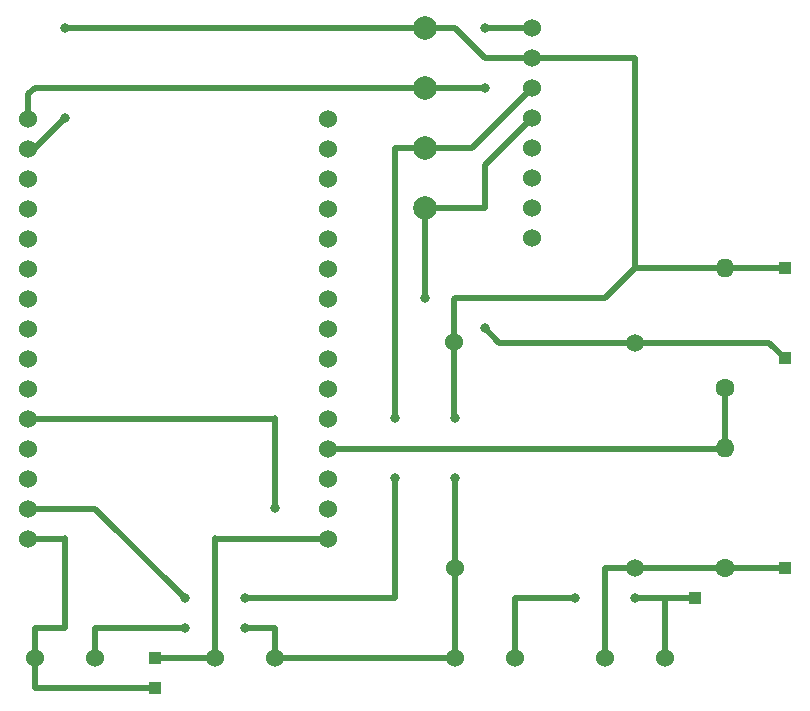
<source format=gbr>
%TF.GenerationSoftware,KiCad,Pcbnew,7.0.8*%
%TF.CreationDate,2025-10-26T15:42:26+01:00*%
%TF.ProjectId,Gyroskopicky-ovladac,4779726f-736b-46f7-9069-636b792d6f76,rev?*%
%TF.SameCoordinates,Original*%
%TF.FileFunction,Copper,L1,Top*%
%TF.FilePolarity,Positive*%
%FSLAX46Y46*%
G04 Gerber Fmt 4.6, Leading zero omitted, Abs format (unit mm)*
G04 Created by KiCad (PCBNEW 7.0.8) date 2025-10-26 15:42:26*
%MOMM*%
%LPD*%
G01*
G04 APERTURE LIST*
%TA.AperFunction,SMDPad,CuDef*%
%ADD10R,1.000000X1.000000*%
%TD*%
%TA.AperFunction,ComponentPad*%
%ADD11C,1.524000*%
%TD*%
%TA.AperFunction,ComponentPad*%
%ADD12C,1.600000*%
%TD*%
%TA.AperFunction,ComponentPad*%
%ADD13O,1.600000X1.600000*%
%TD*%
%TA.AperFunction,ComponentPad*%
%ADD14C,2.000000*%
%TD*%
%TA.AperFunction,ViaPad*%
%ADD15C,0.800000*%
%TD*%
%TA.AperFunction,Conductor*%
%ADD16C,0.500000*%
%TD*%
G04 APERTURE END LIST*
D10*
%TO.P,V+,1,1*%
%TO.N,VCC3V3*%
X162560000Y-81280000D03*
%TD*%
%TO.P,S,1,1*%
%TO.N,STRI*%
X162560000Y-99060000D03*
%TD*%
%TO.P,M,1,1*%
%TO.N,D23*%
X109220000Y-109220000D03*
%TD*%
%TO.P,G-,1,1*%
%TO.N,GND*%
X162560000Y-73660000D03*
%TD*%
%TO.P,E,1,1*%
%TO.N,EN*%
X109220000Y-106680000D03*
%TD*%
%TO.P,B,1,1*%
%TO.N,BTSI*%
X154940000Y-101600000D03*
%TD*%
D11*
%TO.P,ESP32,1,3v3*%
%TO.N,VCC3V3*%
X98525000Y-61005000D03*
%TO.P,ESP32,2,GND*%
%TO.N,GND*%
X98525000Y-63545000D03*
%TO.P,ESP32,3,GPIO15*%
%TO.N,unconnected-(ESP1-GPIO15-Pad3)*%
X98525000Y-66085000D03*
%TO.P,ESP32,4,GPIO2*%
%TO.N,unconnected-(ESP1-GPIO2-Pad4)*%
X98525000Y-68625000D03*
%TO.P,ESP32,5,GPIO4*%
%TO.N,unconnected-(ESP1-GPIO4-Pad5)*%
X98525000Y-71165000D03*
%TO.P,ESP32,6,GPIO16*%
%TO.N,unconnected-(ESP1-GPIO16-Pad6)*%
X98525000Y-73705000D03*
%TO.P,ESP32,7,GPIO17*%
%TO.N,unconnected-(ESP1-GPIO17-Pad7)*%
X98525000Y-76245000D03*
%TO.P,ESP32,8,GPIO5*%
%TO.N,unconnected-(ESP1-GPIO5-Pad8)*%
X98525000Y-78785000D03*
%TO.P,ESP32,9,GPIO18*%
%TO.N,unconnected-(ESP1-GPIO18-Pad9)*%
X98525000Y-81325000D03*
%TO.P,ESP32,10,GPIO19*%
%TO.N,unconnected-(ESP1-GPIO19-Pad10)*%
X98525000Y-83865000D03*
%TO.P,ESP32,11,GPIO21*%
%TO.N,SDA*%
X98525000Y-86405000D03*
%TO.P,ESP32,12,RX0*%
%TO.N,unconnected-(ESP1-RX0-Pad12)*%
X98525000Y-88945000D03*
%TO.P,ESP32,13,TX0*%
%TO.N,unconnected-(ESP1-TX0-Pad13)*%
X98525000Y-91485000D03*
%TO.P,ESP32,14,GPIO22*%
%TO.N,SCL*%
X98525000Y-94025000D03*
%TO.P,ESP32,15,GPIO23*%
%TO.N,D23*%
X98525000Y-96565000D03*
%TO.P,ESP32,16,VN*%
%TO.N,unconnected-(ESP1-VN-Pad16)*%
X123925000Y-61005000D03*
%TO.P,ESP32,17,GND*%
%TO.N,unconnected-(ESP1-GND-Pad17)*%
X123925000Y-63545000D03*
%TO.P,ESP32,18,GPIO13*%
%TO.N,unconnected-(ESP1-GPIO13-Pad18)*%
X123925000Y-66085000D03*
%TO.P,ESP32,19,GPIO12*%
%TO.N,unconnected-(ESP1-GPIO12-Pad19)*%
X123925000Y-68625000D03*
%TO.P,ESP32,20,GPIO14*%
%TO.N,unconnected-(ESP1-GPIO14-Pad20)*%
X123925000Y-71165000D03*
%TO.P,ESP32,21,GPIO27*%
%TO.N,unconnected-(ESP1-GPIO27-Pad21)*%
X123925000Y-73705000D03*
%TO.P,ESP32,22,GPIO26*%
%TO.N,unconnected-(ESP1-GPIO26-Pad22)*%
X123925000Y-76245000D03*
%TO.P,ESP32,23,GPIO25*%
%TO.N,unconnected-(ESP1-GPIO25-Pad23)*%
X123925000Y-78785000D03*
%TO.P,ESP32,24,GPIO33*%
%TO.N,unconnected-(ESP1-GPIO33-Pad24)*%
X123925000Y-81325000D03*
%TO.P,ESP32,25,GPIO32*%
%TO.N,unconnected-(ESP1-GPIO32-Pad25)*%
X123925000Y-83865000D03*
%TO.P,ESP32,26,GPIO35*%
%TO.N,unconnected-(ESP1-GPIO35-Pad26)*%
X123925000Y-86405000D03*
%TO.P,ESP32,27,GPIO34*%
%TO.N,D34*%
X123925000Y-88945000D03*
%TO.P,ESP32,28,VN*%
%TO.N,unconnected-(ESP1-VN-Pad28)*%
X123925000Y-91485000D03*
%TO.P,ESP32,29,VP*%
%TO.N,unconnected-(ESP1-VP-Pad29)*%
X123925000Y-94025000D03*
%TO.P,ESP32,30,EN*%
%TO.N,EN*%
X123925000Y-96565000D03*
%TD*%
%TO.P,+Reboot-,1,Pin_1*%
%TO.N,GND*%
X119380000Y-106680000D03*
%TO.P,+Reboot-,2,Pin_2*%
%TO.N,EN*%
X114300000Y-106680000D03*
%TD*%
D12*
%TO.P,R1,1*%
%TO.N,D34*%
X157480000Y-83820000D03*
D13*
%TO.P,R1,2*%
%TO.N,GND*%
X157480000Y-73660000D03*
%TD*%
D11*
%TO.P,MPU6050,8,INT*%
%TO.N,unconnected-(MPU1-INT-Pad8)*%
X141165000Y-71120000D03*
%TO.P,MPU6050,7,ADD*%
%TO.N,unconnected-(MPU1-ADD-Pad7)*%
X141165000Y-68580000D03*
%TO.P,MPU6050,6,XCL*%
%TO.N,unconnected-(MPU1-XCL-Pad6)*%
X141165000Y-66040000D03*
%TO.P,MPU6050,5,XDA*%
%TO.N,unconnected-(MPU1-XDA-Pad5)*%
X141165000Y-63500000D03*
%TO.P,MPU6050,4,SDA*%
%TO.N,SDA*%
X141165000Y-60960000D03*
%TO.P,MPU6050,3,SCL*%
%TO.N,SCL*%
X141165000Y-58420000D03*
%TO.P,MPU6050,2,GND*%
%TO.N,GND*%
X141165000Y-55880000D03*
%TO.P,MPU6050,1,VCC*%
%TO.N,VCC3V3*%
X141165000Y-53340000D03*
%TD*%
D14*
%TO.P,OLED,1,Pin_1*%
%TO.N,SDA*%
X132080000Y-68580000D03*
%TO.P,OLED,2,Pin_2*%
%TO.N,SCL*%
X132080000Y-63500000D03*
%TO.P,OLED,3,Pin_3*%
%TO.N,VCC3V3*%
X132080000Y-58420000D03*
%TO.P,OLED,4,Pin_4*%
%TO.N,GND*%
X132080000Y-53340000D03*
%TD*%
D11*
%TO.P,-Battery+,1,Pin_1*%
%TO.N,GND*%
X134620000Y-106680000D03*
%TO.P,-Battery+,2,Pin_2*%
%TO.N,BTSI*%
X139700000Y-106680000D03*
%TD*%
%TO.P,+Menu-,1,Pin_1*%
%TO.N,GND*%
X104140000Y-106680000D03*
%TO.P,+Menu-,2,Pin_2*%
%TO.N,D23*%
X99060000Y-106680000D03*
%TD*%
D12*
%TO.P,R2,1*%
%TO.N,STRI*%
X157480000Y-99060000D03*
D13*
%TO.P,R2,2*%
%TO.N,D34*%
X157480000Y-88900000D03*
%TD*%
D11*
%TO.P,Regulator3V3,1,IN-*%
%TO.N,GND*%
X134620000Y-99060000D03*
%TO.P,Regulator3V3,2,IN+*%
%TO.N,STRI*%
X149860000Y-99060000D03*
%TO.P,Regulator3V3,3,OUT-*%
%TO.N,GND*%
X134581539Y-79923557D03*
%TO.P,Regulator3V3,4,OUT+*%
%TO.N,VCC3V3*%
X149883229Y-79992483D03*
%TD*%
%TO.P,+Switch+,1,Pin_1*%
%TO.N,STRI*%
X147320000Y-106680000D03*
%TO.P,+Switch+,2,Pin_2*%
%TO.N,BTSI*%
X152400000Y-106680000D03*
%TD*%
D15*
%TO.N,GND*%
X101600000Y-53340000D03*
X134620000Y-86360000D03*
X116840000Y-104140000D03*
X134620000Y-91440000D03*
X111760000Y-104140000D03*
X101600000Y-60960000D03*
%TO.N,BTSI*%
X144780000Y-101600000D03*
X149860000Y-101600000D03*
%TO.N,VCC3V3*%
X137160000Y-78740000D03*
X137160000Y-53340000D03*
X137160000Y-58420000D03*
%TO.N,SDA*%
X119380000Y-93980000D03*
X132080000Y-76200000D03*
%TO.N,SCL*%
X116840000Y-101600000D03*
X129540000Y-91440000D03*
X129540000Y-86360000D03*
X111760000Y-101600000D03*
%TD*%
D16*
%TO.N,VCC3V3*%
X149883229Y-79992483D02*
X161272483Y-79992483D01*
X161272483Y-79992483D02*
X162560000Y-81280000D01*
%TO.N,EN*%
X109220000Y-106680000D02*
X114300000Y-106680000D01*
%TO.N,STRI*%
X157480000Y-99060000D02*
X162560000Y-99060000D01*
%TO.N,BTSI*%
X154940000Y-101600000D02*
X152400000Y-101600000D01*
%TO.N,D23*%
X99060000Y-109220000D02*
X109220000Y-109220000D01*
X99060000Y-106680000D02*
X99060000Y-109220000D01*
%TO.N,GND*%
X157480000Y-73660000D02*
X162560000Y-73660000D01*
%TO.N,SDA*%
X119380000Y-86360000D02*
X119380000Y-93980000D01*
X119335000Y-86405000D02*
X119380000Y-86360000D01*
X98525000Y-86405000D02*
X119335000Y-86405000D01*
%TO.N,GND*%
X101600000Y-53340000D02*
X132080000Y-53340000D01*
X134620000Y-53340000D02*
X132080000Y-53340000D01*
X134620000Y-106680000D02*
X134620000Y-99060000D01*
X134620000Y-91440000D02*
X134620000Y-99060000D01*
X149860000Y-73660000D02*
X157480000Y-73660000D01*
X134581539Y-86321539D02*
X134620000Y-86360000D01*
X98525000Y-63545000D02*
X99015000Y-63545000D01*
X134581539Y-79923557D02*
X134581539Y-76238461D01*
X149860000Y-55880000D02*
X149860000Y-73660000D01*
X104140000Y-106680000D02*
X104140000Y-104140000D01*
X134581539Y-76238461D02*
X134620000Y-76200000D01*
X119380000Y-106680000D02*
X134620000Y-106680000D01*
X134620000Y-76200000D02*
X147320000Y-76200000D01*
X147320000Y-76200000D02*
X149860000Y-73660000D01*
X141165000Y-55880000D02*
X149860000Y-55880000D01*
X116840000Y-104140000D02*
X119380000Y-104140000D01*
X137160000Y-55880000D02*
X134620000Y-53340000D01*
X134581539Y-79923557D02*
X134581539Y-86321539D01*
X99015000Y-63545000D02*
X101600000Y-60960000D01*
X104140000Y-104140000D02*
X111760000Y-104140000D01*
X141165000Y-55880000D02*
X137160000Y-55880000D01*
X119380000Y-104140000D02*
X119380000Y-106680000D01*
%TO.N,BTSI*%
X139700000Y-101600000D02*
X144780000Y-101600000D01*
X139700000Y-106680000D02*
X139700000Y-101600000D01*
X152400000Y-101600000D02*
X152400000Y-106680000D01*
X149860000Y-101600000D02*
X152400000Y-101600000D01*
%TO.N,VCC3V3*%
X98525000Y-58955000D02*
X99060000Y-58420000D01*
X138412483Y-79992483D02*
X137160000Y-78740000D01*
X98525000Y-61005000D02*
X98525000Y-58955000D01*
X132080000Y-58420000D02*
X137160000Y-58420000D01*
X99060000Y-58420000D02*
X132080000Y-58420000D01*
X149883229Y-79992483D02*
X138412483Y-79992483D01*
X137160000Y-53340000D02*
X141165000Y-53340000D01*
%TO.N,SDA*%
X137160000Y-64965000D02*
X137160000Y-68580000D01*
X137160000Y-68580000D02*
X132080000Y-68580000D01*
X132080000Y-76200000D02*
X132080000Y-68580000D01*
X141165000Y-60960000D02*
X137160000Y-64965000D01*
%TO.N,SCL*%
X141165000Y-58420000D02*
X136085000Y-63500000D01*
X104185000Y-94025000D02*
X111760000Y-101600000D01*
X116840000Y-101600000D02*
X129540000Y-101600000D01*
X136085000Y-63500000D02*
X132080000Y-63500000D01*
X129540000Y-86360000D02*
X129540000Y-63500000D01*
X129540000Y-101600000D02*
X129540000Y-91440000D01*
X129540000Y-63500000D02*
X132080000Y-63500000D01*
X98525000Y-94025000D02*
X104185000Y-94025000D01*
%TO.N,D23*%
X99060000Y-104140000D02*
X99060000Y-106680000D01*
X101555000Y-96565000D02*
X101600000Y-96520000D01*
X101600000Y-96520000D02*
X101600000Y-104140000D01*
X101600000Y-104140000D02*
X99060000Y-104140000D01*
X98525000Y-96565000D02*
X101555000Y-96565000D01*
%TO.N,D34*%
X157480000Y-88900000D02*
X157480000Y-83820000D01*
X123925000Y-88945000D02*
X157435000Y-88945000D01*
X157435000Y-88945000D02*
X157480000Y-88900000D01*
%TO.N,EN*%
X114300000Y-96520000D02*
X114345000Y-96565000D01*
X114345000Y-96565000D02*
X123925000Y-96565000D01*
X114300000Y-106680000D02*
X114300000Y-96520000D01*
%TO.N,STRI*%
X147320000Y-106680000D02*
X147320000Y-99060000D01*
X147320000Y-99060000D02*
X149860000Y-99060000D01*
X157480000Y-99060000D02*
X149860000Y-99060000D01*
%TD*%
M02*

</source>
